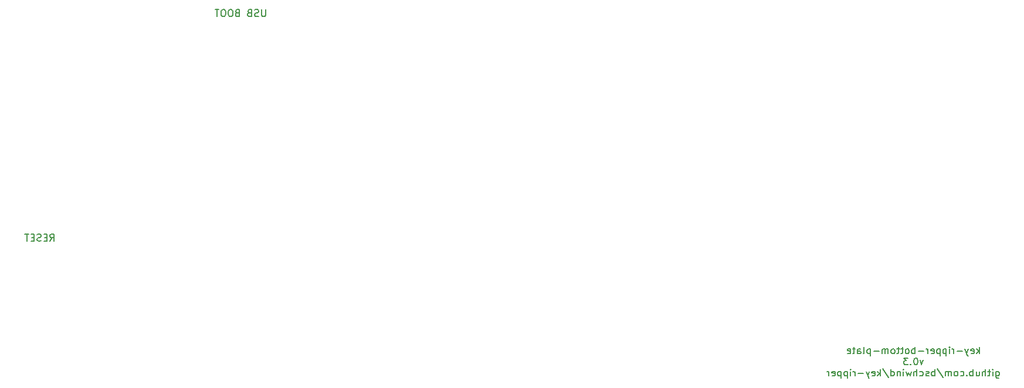
<source format=gbo>
G04 #@! TF.GenerationSoftware,KiCad,Pcbnew,(6.0.6-0)*
G04 #@! TF.CreationDate,2023-02-10T21:58:15+09:00*
G04 #@! TF.ProjectId,bottom-plate,626f7474-6f6d-42d7-906c-6174652e6b69,rev?*
G04 #@! TF.SameCoordinates,Original*
G04 #@! TF.FileFunction,Legend,Bot*
G04 #@! TF.FilePolarity,Positive*
%FSLAX46Y46*%
G04 Gerber Fmt 4.6, Leading zero omitted, Abs format (unit mm)*
G04 Created by KiCad (PCBNEW (6.0.6-0)) date 2023-02-10 21:58:15*
%MOMM*%
%LPD*%
G01*
G04 APERTURE LIST*
%ADD10C,0.150000*%
%ADD11C,2.200000*%
%ADD12C,3.200000*%
G04 APERTURE END LIST*
D10*
X168700000Y-122242380D02*
X168700000Y-121242380D01*
X168604761Y-121861428D02*
X168319047Y-122242380D01*
X168319047Y-121575714D02*
X168700000Y-121956666D01*
X167509523Y-122194761D02*
X167604761Y-122242380D01*
X167795238Y-122242380D01*
X167890476Y-122194761D01*
X167938095Y-122099523D01*
X167938095Y-121718571D01*
X167890476Y-121623333D01*
X167795238Y-121575714D01*
X167604761Y-121575714D01*
X167509523Y-121623333D01*
X167461904Y-121718571D01*
X167461904Y-121813809D01*
X167938095Y-121909047D01*
X167128571Y-121575714D02*
X166890476Y-122242380D01*
X166652380Y-121575714D02*
X166890476Y-122242380D01*
X166985714Y-122480476D01*
X167033333Y-122528095D01*
X167128571Y-122575714D01*
X166271428Y-121861428D02*
X165509523Y-121861428D01*
X165033333Y-122242380D02*
X165033333Y-121575714D01*
X165033333Y-121766190D02*
X164985714Y-121670952D01*
X164938095Y-121623333D01*
X164842857Y-121575714D01*
X164747619Y-121575714D01*
X164414285Y-122242380D02*
X164414285Y-121575714D01*
X164414285Y-121242380D02*
X164461904Y-121290000D01*
X164414285Y-121337619D01*
X164366666Y-121290000D01*
X164414285Y-121242380D01*
X164414285Y-121337619D01*
X163938095Y-121575714D02*
X163938095Y-122575714D01*
X163938095Y-121623333D02*
X163842857Y-121575714D01*
X163652380Y-121575714D01*
X163557142Y-121623333D01*
X163509523Y-121670952D01*
X163461904Y-121766190D01*
X163461904Y-122051904D01*
X163509523Y-122147142D01*
X163557142Y-122194761D01*
X163652380Y-122242380D01*
X163842857Y-122242380D01*
X163938095Y-122194761D01*
X163033333Y-121575714D02*
X163033333Y-122575714D01*
X163033333Y-121623333D02*
X162938095Y-121575714D01*
X162747619Y-121575714D01*
X162652380Y-121623333D01*
X162604761Y-121670952D01*
X162557142Y-121766190D01*
X162557142Y-122051904D01*
X162604761Y-122147142D01*
X162652380Y-122194761D01*
X162747619Y-122242380D01*
X162938095Y-122242380D01*
X163033333Y-122194761D01*
X161747619Y-122194761D02*
X161842857Y-122242380D01*
X162033333Y-122242380D01*
X162128571Y-122194761D01*
X162176190Y-122099523D01*
X162176190Y-121718571D01*
X162128571Y-121623333D01*
X162033333Y-121575714D01*
X161842857Y-121575714D01*
X161747619Y-121623333D01*
X161700000Y-121718571D01*
X161700000Y-121813809D01*
X162176190Y-121909047D01*
X161271428Y-122242380D02*
X161271428Y-121575714D01*
X161271428Y-121766190D02*
X161223809Y-121670952D01*
X161176190Y-121623333D01*
X161080952Y-121575714D01*
X160985714Y-121575714D01*
X160652380Y-121861428D02*
X159890476Y-121861428D01*
X159414285Y-122242380D02*
X159414285Y-121242380D01*
X159414285Y-121623333D02*
X159319047Y-121575714D01*
X159128571Y-121575714D01*
X159033333Y-121623333D01*
X158985714Y-121670952D01*
X158938095Y-121766190D01*
X158938095Y-122051904D01*
X158985714Y-122147142D01*
X159033333Y-122194761D01*
X159128571Y-122242380D01*
X159319047Y-122242380D01*
X159414285Y-122194761D01*
X158366666Y-122242380D02*
X158461904Y-122194761D01*
X158509523Y-122147142D01*
X158557142Y-122051904D01*
X158557142Y-121766190D01*
X158509523Y-121670952D01*
X158461904Y-121623333D01*
X158366666Y-121575714D01*
X158223809Y-121575714D01*
X158128571Y-121623333D01*
X158080952Y-121670952D01*
X158033333Y-121766190D01*
X158033333Y-122051904D01*
X158080952Y-122147142D01*
X158128571Y-122194761D01*
X158223809Y-122242380D01*
X158366666Y-122242380D01*
X157747619Y-121575714D02*
X157366666Y-121575714D01*
X157604761Y-121242380D02*
X157604761Y-122099523D01*
X157557142Y-122194761D01*
X157461904Y-122242380D01*
X157366666Y-122242380D01*
X157176190Y-121575714D02*
X156795238Y-121575714D01*
X157033333Y-121242380D02*
X157033333Y-122099523D01*
X156985714Y-122194761D01*
X156890476Y-122242380D01*
X156795238Y-122242380D01*
X156319047Y-122242380D02*
X156414285Y-122194761D01*
X156461904Y-122147142D01*
X156509523Y-122051904D01*
X156509523Y-121766190D01*
X156461904Y-121670952D01*
X156414285Y-121623333D01*
X156319047Y-121575714D01*
X156176190Y-121575714D01*
X156080952Y-121623333D01*
X156033333Y-121670952D01*
X155985714Y-121766190D01*
X155985714Y-122051904D01*
X156033333Y-122147142D01*
X156080952Y-122194761D01*
X156176190Y-122242380D01*
X156319047Y-122242380D01*
X155557142Y-122242380D02*
X155557142Y-121575714D01*
X155557142Y-121670952D02*
X155509523Y-121623333D01*
X155414285Y-121575714D01*
X155271428Y-121575714D01*
X155176190Y-121623333D01*
X155128571Y-121718571D01*
X155128571Y-122242380D01*
X155128571Y-121718571D02*
X155080952Y-121623333D01*
X154985714Y-121575714D01*
X154842857Y-121575714D01*
X154747619Y-121623333D01*
X154700000Y-121718571D01*
X154700000Y-122242380D01*
X154223809Y-121861428D02*
X153461904Y-121861428D01*
X152985714Y-121575714D02*
X152985714Y-122575714D01*
X152985714Y-121623333D02*
X152890476Y-121575714D01*
X152700000Y-121575714D01*
X152604761Y-121623333D01*
X152557142Y-121670952D01*
X152509523Y-121766190D01*
X152509523Y-122051904D01*
X152557142Y-122147142D01*
X152604761Y-122194761D01*
X152700000Y-122242380D01*
X152890476Y-122242380D01*
X152985714Y-122194761D01*
X151938095Y-122242380D02*
X152033333Y-122194761D01*
X152080952Y-122099523D01*
X152080952Y-121242380D01*
X151128571Y-122242380D02*
X151128571Y-121718571D01*
X151176190Y-121623333D01*
X151271428Y-121575714D01*
X151461904Y-121575714D01*
X151557142Y-121623333D01*
X151128571Y-122194761D02*
X151223809Y-122242380D01*
X151461904Y-122242380D01*
X151557142Y-122194761D01*
X151604761Y-122099523D01*
X151604761Y-122004285D01*
X151557142Y-121909047D01*
X151461904Y-121861428D01*
X151223809Y-121861428D01*
X151128571Y-121813809D01*
X150795238Y-121575714D02*
X150414285Y-121575714D01*
X150652380Y-121242380D02*
X150652380Y-122099523D01*
X150604761Y-122194761D01*
X150509523Y-122242380D01*
X150414285Y-122242380D01*
X149700000Y-122194761D02*
X149795238Y-122242380D01*
X149985714Y-122242380D01*
X150080952Y-122194761D01*
X150128571Y-122099523D01*
X150128571Y-121718571D01*
X150080952Y-121623333D01*
X149985714Y-121575714D01*
X149795238Y-121575714D01*
X149700000Y-121623333D01*
X149652380Y-121718571D01*
X149652380Y-121813809D01*
X150128571Y-121909047D01*
X160628571Y-123185714D02*
X160390476Y-123852380D01*
X160152380Y-123185714D01*
X159580952Y-122852380D02*
X159485714Y-122852380D01*
X159390476Y-122900000D01*
X159342857Y-122947619D01*
X159295238Y-123042857D01*
X159247619Y-123233333D01*
X159247619Y-123471428D01*
X159295238Y-123661904D01*
X159342857Y-123757142D01*
X159390476Y-123804761D01*
X159485714Y-123852380D01*
X159580952Y-123852380D01*
X159676190Y-123804761D01*
X159723809Y-123757142D01*
X159771428Y-123661904D01*
X159819047Y-123471428D01*
X159819047Y-123233333D01*
X159771428Y-123042857D01*
X159723809Y-122947619D01*
X159676190Y-122900000D01*
X159580952Y-122852380D01*
X158819047Y-123757142D02*
X158771428Y-123804761D01*
X158819047Y-123852380D01*
X158866666Y-123804761D01*
X158819047Y-123757142D01*
X158819047Y-123852380D01*
X158438095Y-122852380D02*
X157819047Y-122852380D01*
X158152380Y-123233333D01*
X158009523Y-123233333D01*
X157914285Y-123280952D01*
X157866666Y-123328571D01*
X157819047Y-123423809D01*
X157819047Y-123661904D01*
X157866666Y-123757142D01*
X157914285Y-123804761D01*
X158009523Y-123852380D01*
X158295238Y-123852380D01*
X158390476Y-123804761D01*
X158438095Y-123757142D01*
X171128571Y-124795714D02*
X171128571Y-125605238D01*
X171176190Y-125700476D01*
X171223809Y-125748095D01*
X171319047Y-125795714D01*
X171461904Y-125795714D01*
X171557142Y-125748095D01*
X171128571Y-125414761D02*
X171223809Y-125462380D01*
X171414285Y-125462380D01*
X171509523Y-125414761D01*
X171557142Y-125367142D01*
X171604761Y-125271904D01*
X171604761Y-124986190D01*
X171557142Y-124890952D01*
X171509523Y-124843333D01*
X171414285Y-124795714D01*
X171223809Y-124795714D01*
X171128571Y-124843333D01*
X170652380Y-125462380D02*
X170652380Y-124795714D01*
X170652380Y-124462380D02*
X170700000Y-124510000D01*
X170652380Y-124557619D01*
X170604761Y-124510000D01*
X170652380Y-124462380D01*
X170652380Y-124557619D01*
X170319047Y-124795714D02*
X169938095Y-124795714D01*
X170176190Y-124462380D02*
X170176190Y-125319523D01*
X170128571Y-125414761D01*
X170033333Y-125462380D01*
X169938095Y-125462380D01*
X169604761Y-125462380D02*
X169604761Y-124462380D01*
X169176190Y-125462380D02*
X169176190Y-124938571D01*
X169223809Y-124843333D01*
X169319047Y-124795714D01*
X169461904Y-124795714D01*
X169557142Y-124843333D01*
X169604761Y-124890952D01*
X168271428Y-124795714D02*
X168271428Y-125462380D01*
X168700000Y-124795714D02*
X168700000Y-125319523D01*
X168652380Y-125414761D01*
X168557142Y-125462380D01*
X168414285Y-125462380D01*
X168319047Y-125414761D01*
X168271428Y-125367142D01*
X167795238Y-125462380D02*
X167795238Y-124462380D01*
X167795238Y-124843333D02*
X167700000Y-124795714D01*
X167509523Y-124795714D01*
X167414285Y-124843333D01*
X167366666Y-124890952D01*
X167319047Y-124986190D01*
X167319047Y-125271904D01*
X167366666Y-125367142D01*
X167414285Y-125414761D01*
X167509523Y-125462380D01*
X167700000Y-125462380D01*
X167795238Y-125414761D01*
X166890476Y-125367142D02*
X166842857Y-125414761D01*
X166890476Y-125462380D01*
X166938095Y-125414761D01*
X166890476Y-125367142D01*
X166890476Y-125462380D01*
X165985714Y-125414761D02*
X166080952Y-125462380D01*
X166271428Y-125462380D01*
X166366666Y-125414761D01*
X166414285Y-125367142D01*
X166461904Y-125271904D01*
X166461904Y-124986190D01*
X166414285Y-124890952D01*
X166366666Y-124843333D01*
X166271428Y-124795714D01*
X166080952Y-124795714D01*
X165985714Y-124843333D01*
X165414285Y-125462380D02*
X165509523Y-125414761D01*
X165557142Y-125367142D01*
X165604761Y-125271904D01*
X165604761Y-124986190D01*
X165557142Y-124890952D01*
X165509523Y-124843333D01*
X165414285Y-124795714D01*
X165271428Y-124795714D01*
X165176190Y-124843333D01*
X165128571Y-124890952D01*
X165080952Y-124986190D01*
X165080952Y-125271904D01*
X165128571Y-125367142D01*
X165176190Y-125414761D01*
X165271428Y-125462380D01*
X165414285Y-125462380D01*
X164652380Y-125462380D02*
X164652380Y-124795714D01*
X164652380Y-124890952D02*
X164604761Y-124843333D01*
X164509523Y-124795714D01*
X164366666Y-124795714D01*
X164271428Y-124843333D01*
X164223809Y-124938571D01*
X164223809Y-125462380D01*
X164223809Y-124938571D02*
X164176190Y-124843333D01*
X164080952Y-124795714D01*
X163938095Y-124795714D01*
X163842857Y-124843333D01*
X163795238Y-124938571D01*
X163795238Y-125462380D01*
X162604761Y-124414761D02*
X163461904Y-125700476D01*
X162271428Y-125462380D02*
X162271428Y-124462380D01*
X162271428Y-124843333D02*
X162176190Y-124795714D01*
X161985714Y-124795714D01*
X161890476Y-124843333D01*
X161842857Y-124890952D01*
X161795238Y-124986190D01*
X161795238Y-125271904D01*
X161842857Y-125367142D01*
X161890476Y-125414761D01*
X161985714Y-125462380D01*
X162176190Y-125462380D01*
X162271428Y-125414761D01*
X161414285Y-125414761D02*
X161319047Y-125462380D01*
X161128571Y-125462380D01*
X161033333Y-125414761D01*
X160985714Y-125319523D01*
X160985714Y-125271904D01*
X161033333Y-125176666D01*
X161128571Y-125129047D01*
X161271428Y-125129047D01*
X161366666Y-125081428D01*
X161414285Y-124986190D01*
X161414285Y-124938571D01*
X161366666Y-124843333D01*
X161271428Y-124795714D01*
X161128571Y-124795714D01*
X161033333Y-124843333D01*
X160128571Y-125414761D02*
X160223809Y-125462380D01*
X160414285Y-125462380D01*
X160509523Y-125414761D01*
X160557142Y-125367142D01*
X160604761Y-125271904D01*
X160604761Y-124986190D01*
X160557142Y-124890952D01*
X160509523Y-124843333D01*
X160414285Y-124795714D01*
X160223809Y-124795714D01*
X160128571Y-124843333D01*
X159700000Y-125462380D02*
X159700000Y-124462380D01*
X159271428Y-125462380D02*
X159271428Y-124938571D01*
X159319047Y-124843333D01*
X159414285Y-124795714D01*
X159557142Y-124795714D01*
X159652380Y-124843333D01*
X159700000Y-124890952D01*
X158890476Y-124795714D02*
X158700000Y-125462380D01*
X158509523Y-124986190D01*
X158319047Y-125462380D01*
X158128571Y-124795714D01*
X157747619Y-125462380D02*
X157747619Y-124795714D01*
X157747619Y-124462380D02*
X157795238Y-124510000D01*
X157747619Y-124557619D01*
X157700000Y-124510000D01*
X157747619Y-124462380D01*
X157747619Y-124557619D01*
X157271428Y-124795714D02*
X157271428Y-125462380D01*
X157271428Y-124890952D02*
X157223809Y-124843333D01*
X157128571Y-124795714D01*
X156985714Y-124795714D01*
X156890476Y-124843333D01*
X156842857Y-124938571D01*
X156842857Y-125462380D01*
X155938095Y-125462380D02*
X155938095Y-124462380D01*
X155938095Y-125414761D02*
X156033333Y-125462380D01*
X156223809Y-125462380D01*
X156319047Y-125414761D01*
X156366666Y-125367142D01*
X156414285Y-125271904D01*
X156414285Y-124986190D01*
X156366666Y-124890952D01*
X156319047Y-124843333D01*
X156223809Y-124795714D01*
X156033333Y-124795714D01*
X155938095Y-124843333D01*
X154747619Y-124414761D02*
X155604761Y-125700476D01*
X154414285Y-125462380D02*
X154414285Y-124462380D01*
X154319047Y-125081428D02*
X154033333Y-125462380D01*
X154033333Y-124795714D02*
X154414285Y-125176666D01*
X153223809Y-125414761D02*
X153319047Y-125462380D01*
X153509523Y-125462380D01*
X153604761Y-125414761D01*
X153652380Y-125319523D01*
X153652380Y-124938571D01*
X153604761Y-124843333D01*
X153509523Y-124795714D01*
X153319047Y-124795714D01*
X153223809Y-124843333D01*
X153176190Y-124938571D01*
X153176190Y-125033809D01*
X153652380Y-125129047D01*
X152842857Y-124795714D02*
X152604761Y-125462380D01*
X152366666Y-124795714D02*
X152604761Y-125462380D01*
X152700000Y-125700476D01*
X152747619Y-125748095D01*
X152842857Y-125795714D01*
X151985714Y-125081428D02*
X151223809Y-125081428D01*
X150747619Y-125462380D02*
X150747619Y-124795714D01*
X150747619Y-124986190D02*
X150700000Y-124890952D01*
X150652380Y-124843333D01*
X150557142Y-124795714D01*
X150461904Y-124795714D01*
X150128571Y-125462380D02*
X150128571Y-124795714D01*
X150128571Y-124462380D02*
X150176190Y-124510000D01*
X150128571Y-124557619D01*
X150080952Y-124510000D01*
X150128571Y-124462380D01*
X150128571Y-124557619D01*
X149652380Y-124795714D02*
X149652380Y-125795714D01*
X149652380Y-124843333D02*
X149557142Y-124795714D01*
X149366666Y-124795714D01*
X149271428Y-124843333D01*
X149223809Y-124890952D01*
X149176190Y-124986190D01*
X149176190Y-125271904D01*
X149223809Y-125367142D01*
X149271428Y-125414761D01*
X149366666Y-125462380D01*
X149557142Y-125462380D01*
X149652380Y-125414761D01*
X148747619Y-124795714D02*
X148747619Y-125795714D01*
X148747619Y-124843333D02*
X148652380Y-124795714D01*
X148461904Y-124795714D01*
X148366666Y-124843333D01*
X148319047Y-124890952D01*
X148271428Y-124986190D01*
X148271428Y-125271904D01*
X148319047Y-125367142D01*
X148366666Y-125414761D01*
X148461904Y-125462380D01*
X148652380Y-125462380D01*
X148747619Y-125414761D01*
X147461904Y-125414761D02*
X147557142Y-125462380D01*
X147747619Y-125462380D01*
X147842857Y-125414761D01*
X147890476Y-125319523D01*
X147890476Y-124938571D01*
X147842857Y-124843333D01*
X147747619Y-124795714D01*
X147557142Y-124795714D01*
X147461904Y-124843333D01*
X147414285Y-124938571D01*
X147414285Y-125033809D01*
X147890476Y-125129047D01*
X146985714Y-125462380D02*
X146985714Y-124795714D01*
X146985714Y-124986190D02*
X146938095Y-124890952D01*
X146890476Y-124843333D01*
X146795238Y-124795714D01*
X146700000Y-124795714D01*
X65671428Y-72452380D02*
X65671428Y-73261904D01*
X65623809Y-73357142D01*
X65576190Y-73404761D01*
X65480952Y-73452380D01*
X65290476Y-73452380D01*
X65195238Y-73404761D01*
X65147619Y-73357142D01*
X65100000Y-73261904D01*
X65100000Y-72452380D01*
X64671428Y-73404761D02*
X64528571Y-73452380D01*
X64290476Y-73452380D01*
X64195238Y-73404761D01*
X64147619Y-73357142D01*
X64100000Y-73261904D01*
X64100000Y-73166666D01*
X64147619Y-73071428D01*
X64195238Y-73023809D01*
X64290476Y-72976190D01*
X64480952Y-72928571D01*
X64576190Y-72880952D01*
X64623809Y-72833333D01*
X64671428Y-72738095D01*
X64671428Y-72642857D01*
X64623809Y-72547619D01*
X64576190Y-72500000D01*
X64480952Y-72452380D01*
X64242857Y-72452380D01*
X64100000Y-72500000D01*
X63338095Y-72928571D02*
X63195238Y-72976190D01*
X63147619Y-73023809D01*
X63100000Y-73119047D01*
X63100000Y-73261904D01*
X63147619Y-73357142D01*
X63195238Y-73404761D01*
X63290476Y-73452380D01*
X63671428Y-73452380D01*
X63671428Y-72452380D01*
X63338095Y-72452380D01*
X63242857Y-72500000D01*
X63195238Y-72547619D01*
X63147619Y-72642857D01*
X63147619Y-72738095D01*
X63195238Y-72833333D01*
X63242857Y-72880952D01*
X63338095Y-72928571D01*
X63671428Y-72928571D01*
X61576190Y-72928571D02*
X61433333Y-72976190D01*
X61385714Y-73023809D01*
X61338095Y-73119047D01*
X61338095Y-73261904D01*
X61385714Y-73357142D01*
X61433333Y-73404761D01*
X61528571Y-73452380D01*
X61909523Y-73452380D01*
X61909523Y-72452380D01*
X61576190Y-72452380D01*
X61480952Y-72500000D01*
X61433333Y-72547619D01*
X61385714Y-72642857D01*
X61385714Y-72738095D01*
X61433333Y-72833333D01*
X61480952Y-72880952D01*
X61576190Y-72928571D01*
X61909523Y-72928571D01*
X60719047Y-72452380D02*
X60528571Y-72452380D01*
X60433333Y-72500000D01*
X60338095Y-72595238D01*
X60290476Y-72785714D01*
X60290476Y-73119047D01*
X60338095Y-73309523D01*
X60433333Y-73404761D01*
X60528571Y-73452380D01*
X60719047Y-73452380D01*
X60814285Y-73404761D01*
X60909523Y-73309523D01*
X60957142Y-73119047D01*
X60957142Y-72785714D01*
X60909523Y-72595238D01*
X60814285Y-72500000D01*
X60719047Y-72452380D01*
X59671428Y-72452380D02*
X59480952Y-72452380D01*
X59385714Y-72500000D01*
X59290476Y-72595238D01*
X59242857Y-72785714D01*
X59242857Y-73119047D01*
X59290476Y-73309523D01*
X59385714Y-73404761D01*
X59480952Y-73452380D01*
X59671428Y-73452380D01*
X59766666Y-73404761D01*
X59861904Y-73309523D01*
X59909523Y-73119047D01*
X59909523Y-72785714D01*
X59861904Y-72595238D01*
X59766666Y-72500000D01*
X59671428Y-72452380D01*
X58957142Y-72452380D02*
X58385714Y-72452380D01*
X58671428Y-73452380D02*
X58671428Y-72452380D01*
X34552380Y-105952380D02*
X34885714Y-105476190D01*
X35123809Y-105952380D02*
X35123809Y-104952380D01*
X34742857Y-104952380D01*
X34647619Y-105000000D01*
X34600000Y-105047619D01*
X34552380Y-105142857D01*
X34552380Y-105285714D01*
X34600000Y-105380952D01*
X34647619Y-105428571D01*
X34742857Y-105476190D01*
X35123809Y-105476190D01*
X34123809Y-105428571D02*
X33790476Y-105428571D01*
X33647619Y-105952380D02*
X34123809Y-105952380D01*
X34123809Y-104952380D01*
X33647619Y-104952380D01*
X33266666Y-105904761D02*
X33123809Y-105952380D01*
X32885714Y-105952380D01*
X32790476Y-105904761D01*
X32742857Y-105857142D01*
X32695238Y-105761904D01*
X32695238Y-105666666D01*
X32742857Y-105571428D01*
X32790476Y-105523809D01*
X32885714Y-105476190D01*
X33076190Y-105428571D01*
X33171428Y-105380952D01*
X33219047Y-105333333D01*
X33266666Y-105238095D01*
X33266666Y-105142857D01*
X33219047Y-105047619D01*
X33171428Y-105000000D01*
X33076190Y-104952380D01*
X32838095Y-104952380D01*
X32695238Y-105000000D01*
X32266666Y-105428571D02*
X31933333Y-105428571D01*
X31790476Y-105952380D02*
X32266666Y-105952380D01*
X32266666Y-104952380D01*
X31790476Y-104952380D01*
X31504761Y-104952380D02*
X30933333Y-104952380D01*
X31219047Y-105952380D02*
X31219047Y-104952380D01*
%LPC*%
D11*
X21550000Y-76200000D03*
X138125000Y-21550000D03*
X100000000Y-130850000D03*
D12*
X285700000Y-37300000D03*
D11*
X302300000Y-76200000D03*
D12*
X285700000Y-115500000D03*
D11*
X27475000Y-105525000D03*
X38100000Y-30300000D03*
X285700000Y-126400000D03*
X54900000Y-73000000D03*
X38100000Y-126400000D03*
X285700000Y-30300000D03*
D12*
X38100000Y-115500000D03*
D11*
X223800000Y-21550000D03*
X219100000Y-130850000D03*
D12*
X38100000Y-37300000D03*
M02*

</source>
